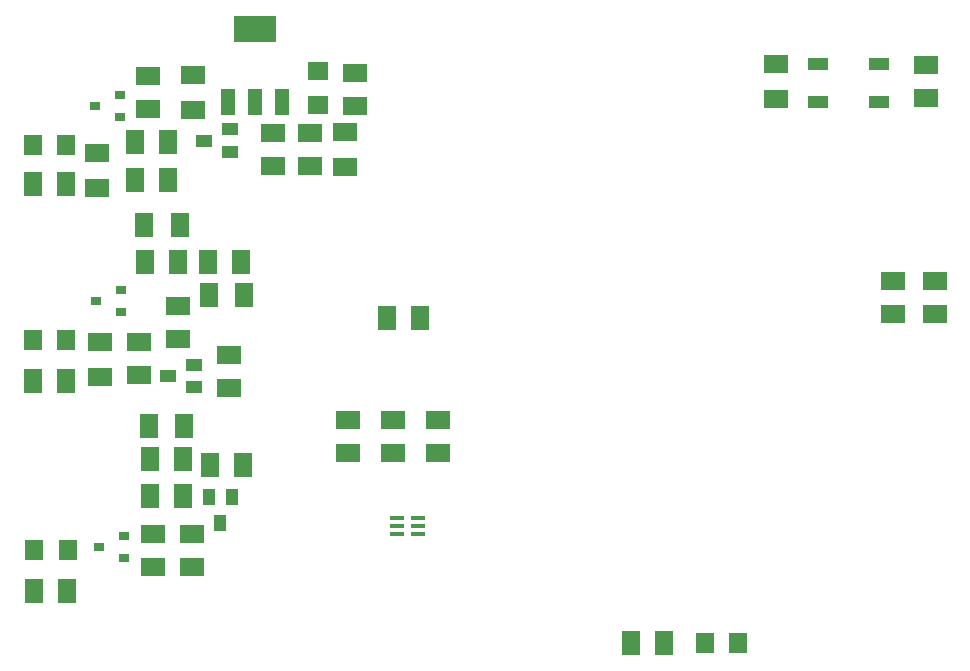
<source format=gbr>
G04 EAGLE Gerber RS-274X export*
G75*
%MOMM*%
%FSLAX34Y34*%
%LPD*%
%INSolderpaste Top*%
%IPPOS*%
%AMOC8*
5,1,8,0,0,1.08239X$1,22.5*%
G01*
%ADD10R,1.500000X2.000000*%
%ADD11R,2.000000X1.500000*%
%ADD12R,1.651000X1.000000*%
%ADD13R,1.000000X1.400000*%
%ADD14R,0.900000X0.800000*%
%ADD15R,1.400000X1.000000*%
%ADD16R,1.600000X2.000000*%
%ADD17R,2.000000X1.600000*%
%ADD18R,1.219200X2.235200*%
%ADD19R,3.600000X2.200000*%
%ADD20R,1.803000X1.600000*%
%ADD21R,1.600000X1.803000*%
%ADD22R,1.168400X0.355600*%


D10*
X191530Y224790D03*
X161530Y224790D03*
D11*
X692601Y531078D03*
X692601Y501078D03*
D10*
X212330Y335280D03*
X242330Y335280D03*
D11*
X199390Y521730D03*
X199390Y491730D03*
X120650Y295670D03*
X120650Y265670D03*
X118110Y455690D03*
X118110Y425690D03*
D10*
X187720Y394970D03*
X157720Y394970D03*
D11*
X327660Y443470D03*
X327660Y473470D03*
D12*
X728152Y530801D03*
X779692Y530801D03*
X779692Y498801D03*
X728152Y498801D03*
D13*
X222250Y142670D03*
X212750Y164670D03*
X231750Y164670D03*
D14*
X140810Y112420D03*
X140810Y131420D03*
X119810Y121920D03*
D15*
X178230Y266700D03*
X200230Y276200D03*
X200230Y257200D03*
D14*
X138270Y320700D03*
X138270Y339700D03*
X117270Y330200D03*
D15*
X208710Y466090D03*
X230710Y475590D03*
X230710Y456590D03*
D14*
X137000Y485800D03*
X137000Y504800D03*
X116000Y495300D03*
D16*
X190530Y165100D03*
X162530Y165100D03*
D17*
X161290Y492730D03*
X161290Y520730D03*
D16*
X177830Y464820D03*
X149830Y464820D03*
X149830Y433070D03*
X177830Y433070D03*
X186720Y363220D03*
X158720Y363220D03*
X240060Y363220D03*
X212060Y363220D03*
D17*
X266700Y444470D03*
X266700Y472470D03*
X298450Y472470D03*
X298450Y444470D03*
X368300Y229900D03*
X368300Y201900D03*
X330200Y229900D03*
X330200Y201900D03*
X791938Y347468D03*
X791938Y319468D03*
D16*
X162530Y196850D03*
X190530Y196850D03*
D17*
X827547Y347022D03*
X827547Y319022D03*
X819601Y502078D03*
X819601Y530078D03*
X165100Y105380D03*
X165100Y133380D03*
X198120Y133380D03*
X198120Y105380D03*
D16*
X213330Y191770D03*
X241330Y191770D03*
X363190Y316230D03*
X391190Y316230D03*
D17*
X186690Y298420D03*
X186690Y326420D03*
X153670Y267940D03*
X153670Y295940D03*
X229870Y284510D03*
X229870Y256510D03*
D18*
X228346Y498602D03*
X251460Y498602D03*
X274574Y498602D03*
D19*
X251460Y560580D03*
D20*
X304800Y496320D03*
X304800Y524760D03*
D21*
X91690Y297180D03*
X63250Y297180D03*
X91690Y462280D03*
X63250Y462280D03*
X92960Y119380D03*
X64520Y119380D03*
X660650Y40640D03*
X632210Y40640D03*
D16*
X570200Y40640D03*
X598200Y40640D03*
D17*
X336550Y495270D03*
X336550Y523270D03*
D16*
X91470Y429260D03*
X63470Y429260D03*
X91470Y262890D03*
X63470Y262890D03*
X92740Y85090D03*
X64740Y85090D03*
D22*
X389890Y133096D03*
X389890Y139700D03*
X389890Y146304D03*
X372110Y146304D03*
X372110Y139700D03*
X372110Y133096D03*
D17*
X406400Y229900D03*
X406400Y201900D03*
M02*

</source>
